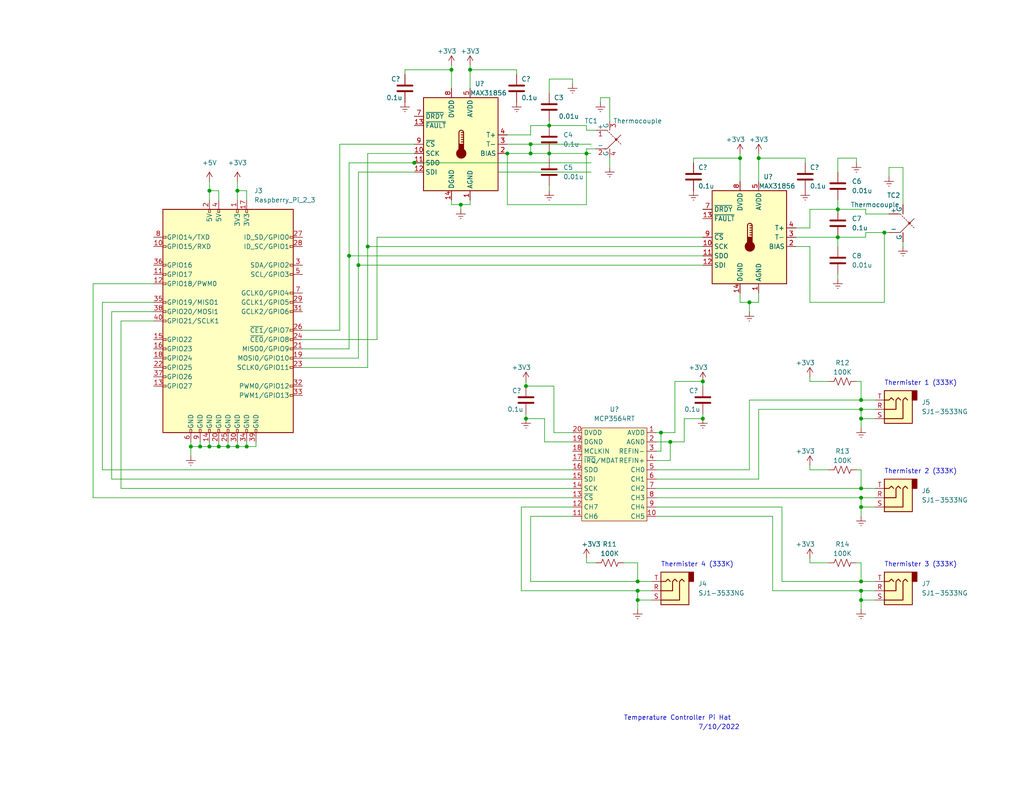
<source format=kicad_sch>
(kicad_sch (version 20211123) (generator eeschema)
  (paper "USLetter")
  (lib_symbols
    (symbol "+3V3_1" (power) (pin_numbers hide) (pin_names (offset 0) hide)
      (property "Value" "+3V3_1" (at 0 3.556 0))
      (symbol "+3V3_1_0_1"
        (polyline (pts (xy -0.762 1.27) (xy 0 2.54)))
        (polyline (pts (xy 0 0) (xy 0 2.54)))
        (polyline (pts (xy 0 2.54) (xy 0.762 1.27)))
      )
      (symbol "+3V3_1_1_1"
        (pin power_in line (at 0 0 90) (length 0) hide (name "+3V3") (number "1"))
      )
    )
    (symbol "+3V3_2" (power) (pin_numbers hide) (pin_names (offset 0) hide)
      (property "Value" "+3V3_2" (at 0 3.556 0))
      (symbol "+3V3_2_0_1"
        (polyline (pts (xy -0.762 1.27) (xy 0 2.54)))
        (polyline (pts (xy 0 0) (xy 0 2.54)))
        (polyline (pts (xy 0 2.54) (xy 0.762 1.27)))
      )
      (symbol "+3V3_2_1_1"
        (pin power_in line (at 0 0 90) (length 0) hide (name "+3V3") (number "1"))
      )
    )
    (symbol "C_1" (pin_numbers hide) (pin_names (offset 0.254) hide)
      (property "Reference" "C" (at 0.635 2.54 0))
      (property "Value" "C_1" (at 0.635 -2.54 0))
      (symbol "C_1_0_1"
        (polyline (pts (xy -2.032 -0.762) (xy 2.032 -0.762)) (stroke (width 0.508)))
        (polyline (pts (xy -2.032 0.762) (xy 2.032 0.762)) (stroke (width 0.508)))
      )
      (symbol "C_1_1_1"
        (pin passive line (at 0 3.81 270) (length 2.794) (name "~") (number "1"))
        (pin passive line (at 0 -3.81 90) (length 2.794) (name "~") (number "2"))
      )
    )
    (symbol "C_2" (pin_numbers hide) (pin_names (offset 0.254) hide)
      (property "Reference" "C" (at 0.635 2.54 0))
      (property "Value" "C_2" (at 0.635 -2.54 0))
      (symbol "C_2_0_1"
        (polyline (pts (xy -2.032 -0.762) (xy 2.032 -0.762)) (stroke (width 0.508)))
        (polyline (pts (xy -2.032 0.762) (xy 2.032 0.762)) (stroke (width 0.508)))
      )
      (symbol "C_2_1_1"
        (pin passive line (at 0 3.81 270) (length 2.794) (name "~") (number "1"))
        (pin passive line (at 0 -3.81 90) (length 2.794) (name "~") (number "2"))
      )
    )
    (symbol "C_3" (pin_numbers hide) (pin_names (offset 0.254) hide)
      (property "Reference" "C" (at 0.635 2.54 0))
      (property "Value" "C_3" (at 0.635 -2.54 0))
      (symbol "C_3_0_1"
        (polyline (pts (xy -2.032 -0.762) (xy 2.032 -0.762)) (stroke (width 0.508)))
        (polyline (pts (xy -2.032 0.762) (xy 2.032 0.762)) (stroke (width 0.508)))
      )
      (symbol "C_3_1_1"
        (pin passive line (at 0 3.81 270) (length 2.794) (name "~") (number "1"))
        (pin passive line (at 0 -3.81 90) (length 2.794) (name "~") (number "2"))
      )
    )
    (symbol "Connector:AudioJack3"
      (property "Reference" "J" (at 0 8.89 0))
      (property "Value" "AudioJack3" (at 0 6.35 0))
      (symbol "AudioJack3_0_1"
        (rectangle (start -5.08 -5.08) (end -6.35 -2.54) (stroke (width 0.254)) (fill (type outline)))
        (polyline (pts (xy 0 -2.54) (xy 0.635 -3.175) (xy 1.27 -2.54) (xy 2.54 -2.54)) (stroke (width 0.254)))
        (polyline (pts (xy -1.905 -2.54) (xy -1.27 -3.175) (xy -0.635 -2.54) (xy -0.635 0) (xy 2.54 0)) (stroke (width 0.254)))
        (polyline (pts (xy 2.54 2.54) (xy -2.54 2.54) (xy -2.54 -2.54) (xy -3.175 -3.175) (xy -3.81 -2.54)) (stroke (width 0.254)))
        (rectangle (start 2.54 3.81) (end -5.08 -5.08) (stroke (width 0.254)) (fill (type background)))
      )
      (symbol "AudioJack3_1_1"
        (pin passive line (at 5.08 0 180) (length 2.54) (name "~") (number "R"))
        (pin passive line (at 5.08 2.54 180) (length 2.54) (name "~") (number "S"))
        (pin passive line (at 5.08 -2.54 180) (length 2.54) (name "~") (number "T"))
      )
    )
    (symbol "Connector:Raspberry_Pi_2_3" (pin_names (offset 1.016))
      (property "Reference" "J" (at -17.78 31.75 0))
      (property "Value" "Raspberry_Pi_2_3" (at 10.16 -31.75 0))
      (symbol "Raspberry_Pi_2_3_0_1"
        (rectangle (start -17.78 30.48) (end 17.78 -30.48) (stroke (width 0.254)) (fill (type background)))
      )
      (symbol "Raspberry_Pi_2_3_1_1"
        (rectangle (start -16.891 -17.526) (end -17.78 -18.034))
        (rectangle (start -16.891 -14.986) (end -17.78 -15.494))
        (rectangle (start -16.891 -12.446) (end -17.78 -12.954))
        (rectangle (start -16.891 -9.906) (end -17.78 -10.414))
        (rectangle (start -16.891 -7.366) (end -17.78 -7.874))
        (rectangle (start -16.891 -4.826) (end -17.78 -5.334))
        (rectangle (start -16.891 0.254) (end -17.78 -0.254))
        (rectangle (start -16.891 2.794) (end -17.78 2.286))
        (rectangle (start -16.891 5.334) (end -17.78 4.826))
        (rectangle (start -16.891 10.414) (end -17.78 9.906))
        (rectangle (start -16.891 12.954) (end -17.78 12.446))
        (rectangle (start -16.891 15.494) (end -17.78 14.986))
        (rectangle (start -16.891 20.574) (end -17.78 20.066))
        (rectangle (start -16.891 23.114) (end -17.78 22.606))
        (rectangle (start -10.414 -29.591) (end -9.906 -30.48))
        (rectangle (start -7.874 -29.591) (end -7.366 -30.48))
        (rectangle (start -5.334 -29.591) (end -4.826 -30.48))
        (rectangle (start -5.334 30.48) (end -4.826 29.591))
        (rectangle (start -2.794 -29.591) (end -2.286 -30.48))
        (rectangle (start -2.794 30.48) (end -2.286 29.591))
        (rectangle (start -0.254 -29.591) (end 0.254 -30.48))
        (rectangle (start 2.286 -29.591) (end 2.794 -30.48))
        (rectangle (start 2.286 30.48) (end 2.794 29.591))
        (rectangle (start 4.826 -29.591) (end 5.334 -30.48))
        (rectangle (start 4.826 30.48) (end 5.334 29.591))
        (rectangle (start 7.366 -29.591) (end 7.874 -30.48))
        (rectangle (start 17.78 -20.066) (end 16.891 -20.574))
        (rectangle (start 17.78 -17.526) (end 16.891 -18.034))
        (rectangle (start 17.78 -12.446) (end 16.891 -12.954))
        (rectangle (start 17.78 -9.906) (end 16.891 -10.414))
        (rectangle (start 17.78 -7.366) (end 16.891 -7.874))
        (rectangle (start 17.78 -4.826) (end 16.891 -5.334))
        (rectangle (start 17.78 -2.286) (end 16.891 -2.794))
        (rectangle (start 17.78 2.794) (end 16.891 2.286))
        (rectangle (start 17.78 5.334) (end 16.891 4.826))
        (rectangle (start 17.78 7.874) (end 16.891 7.366))
        (rectangle (start 17.78 12.954) (end 16.891 12.446))
        (rectangle (start 17.78 15.494) (end 16.891 14.986))
        (rectangle (start 17.78 20.574) (end 16.891 20.066))
        (rectangle (start 17.78 23.114) (end 16.891 22.606))
        (pin power_in line (at 2.54 33.02 270) (length 2.54) (name "3V3") (number "1"))
        (pin bidirectional line (at -20.32 20.32 0) (length 2.54) (name "GPIO15/RXD") (number "10"))
        (pin bidirectional line (at -20.32 12.7 0) (length 2.54) (name "GPIO17") (number "11"))
        (pin bidirectional line (at -20.32 10.16 0) (length 2.54) (name "GPIO18/PWM0") (number "12"))
        (pin bidirectional line (at -20.32 -17.78 0) (length 2.54) (name "GPIO27") (number "13"))
        (pin power_in line (at -5.08 -33.02 90) (length 2.54) (name "GND") (number "14"))
        (pin bidirectional line (at -20.32 -5.08 0) (length 2.54) (name "GPIO22") (number "15"))
        (pin bidirectional line (at -20.32 -7.62 0) (length 2.54) (name "GPIO23") (number "16"))
        (pin power_in line (at 5.08 33.02 270) (length 2.54) (name "3V3") (number "17"))
        (pin bidirectional line (at -20.32 -10.16 0) (length 2.54) (name "GPIO24") (number "18"))
        (pin bidirectional line (at 20.32 -10.16 180) (length 2.54) (name "MOSI0/GPIO10") (number "19"))
        (pin power_in line (at -5.08 33.02 270) (length 2.54) (name "5V") (number "2"))
        (pin power_in line (at -2.54 -33.02 90) (length 2.54) (name "GND") (number "20"))
        (pin bidirectional line (at 20.32 -7.62 180) (length 2.54) (name "MISO0/GPIO9") (number "21"))
        (pin bidirectional line (at -20.32 -12.7 0) (length 2.54) (name "GPIO25") (number "22"))
        (pin bidirectional line (at 20.32 -12.7 180) (length 2.54) (name "SCLK0/GPIO11") (number "23"))
        (pin bidirectional line (at 20.32 -5.08 180) (length 2.54) (name "~{CE0}/GPIO8") (number "24"))
        (pin power_in line (at 0 -33.02 90) (length 2.54) (name "GND") (number "25"))
        (pin bidirectional line (at 20.32 -2.54 180) (length 2.54) (name "~{CE1}/GPIO7") (number "26"))
        (pin bidirectional line (at 20.32 22.86 180) (length 2.54) (name "ID_SD/GPIO0") (number "27"))
        (pin bidirectional line (at 20.32 20.32 180) (length 2.54) (name "ID_SC/GPIO1") (number "28"))
        (pin bidirectional line (at 20.32 5.08 180) (length 2.54) (name "GCLK1/GPIO5") (number "29"))
        (pin bidirectional line (at 20.32 15.24 180) (length 2.54) (name "SDA/GPIO2") (number "3"))
        (pin power_in line (at 2.54 -33.02 90) (length 2.54) (name "GND") (number "30"))
        (pin bidirectional line (at 20.32 2.54 180) (length 2.54) (name "GCLK2/GPIO6") (number "31"))
        (pin bidirectional line (at 20.32 -17.78 180) (length 2.54) (name "PWM0/GPIO12") (number "32"))
        (pin bidirectional line (at 20.32 -20.32 180) (length 2.54) (name "PWM1/GPIO13") (number "33"))
        (pin power_in line (at 5.08 -33.02 90) (length 2.54) (name "GND") (number "34"))
        (pin bidirectional line (at -20.32 5.08 0) (length 2.54) (name "GPIO19/MISO1") (number "35"))
        (pin bidirectional line (at -20.32 15.24 0) (length 2.54) (name "GPIO16") (number "36"))
        (pin bidirectional line (at -20.32 -15.24 0) (length 2.54) (name "GPIO26") (number "37"))
        (pin bidirectional line (at -20.32 2.54 0) (length 2.54) (name "GPIO20/MOSI1") (number "38"))
        (pin power_in line (at 7.62 -33.02 90) (length 2.54) (name "GND") (number "39"))
        (pin power_in line (at -2.54 33.02 270) (length 2.54) (name "5V") (number "4"))
        (pin bidirectional line (at -20.32 0 0) (length 2.54) (name "GPIO21/SCLK1") (number "40"))
        (pin bidirectional line (at 20.32 12.7 180) (length 2.54) (name "SCL/GPIO3") (number "5"))
        (pin power_in line (at -10.16 -33.02 90) (length 2.54) (name "GND") (number "6"))
        (pin bidirectional line (at 20.32 7.62 180) (length 2.54) (name "GCLK0/GPIO4") (number "7"))
        (pin bidirectional line (at -20.32 22.86 0) (length 2.54) (name "GPIO14/TXD") (number "8"))
        (pin power_in line (at -7.62 -33.02 90) (length 2.54) (name "GND") (number "9"))
      )
    )
    (symbol "Device:C" (pin_numbers hide) (pin_names (offset 0.254))
      (property "Reference" "C" (at 0.635 2.54 0))
      (property "Value" "C" (at 0.635 -2.54 0))
      (symbol "C_0_1"
        (polyline (pts (xy -2.032 -0.762) (xy 2.032 -0.762)) (stroke (width 0.508)))
        (polyline (pts (xy -2.032 0.762) (xy 2.032 0.762)) (stroke (width 0.508)))
      )
      (symbol "C_1_1"
        (pin passive line (at 0 3.81 270) (length 2.794) (name "~") (number "1"))
        (pin passive line (at 0 -3.81 90) (length 2.794) (name "~") (number "2"))
      )
    )
    (symbol "Device:R_US" (pin_numbers hide) (pin_names (offset 0))
      (property "Reference" "R" (at 2.54 0 90))
      (property "Value" "R_US" (at -2.54 0 90))
      (symbol "R_US_0_1"
        (polyline (pts (xy 0 -2.286) (xy 0 -2.54)))
        (polyline (pts (xy 0 2.286) (xy 0 2.54)))
        (polyline (pts (xy 0 -0.762) (xy 1.016 -1.143) (xy 0 -1.524) (xy -1.016 -1.905) (xy 0 -2.286)))
        (polyline (pts (xy 0 0.762) (xy 1.016 0.381) (xy 0 0) (xy -1.016 -0.381) (xy 0 -0.762)))
        (polyline (pts (xy 0 2.286) (xy 1.016 1.905) (xy 0 1.524) (xy -1.016 1.143) (xy 0 0.762)))
      )
      (symbol "R_US_1_1"
        (pin passive line (at 0 3.81 270) (length 1.27) (name "~") (number "1"))
        (pin passive line (at 0 -3.81 90) (length 1.27) (name "~") (number "2"))
      )
    )
    (symbol "Device:Thermocouple" (pin_names (offset 0))
      (property "Reference" "TC?" (at 1.27 7.62 0))
      (property "Value" "Thermocouple" (at 6.35 5.08 0))
      (symbol "Thermocouple_0_1"
        (circle (center -3.048 0) (radius 0.254) (fill (type outline)))
        (polyline (pts (xy -4.064 -1.016) (xy -4.318 -1.27)))
        (polyline (pts (xy -3.556 -0.508) (xy -3.81 -0.762)))
        (polyline (pts (xy -3.048 0) (xy -3.302 -0.254)))
        (polyline (pts (xy -2.54 0.508) (xy -2.794 0.254)))
        (polyline (pts (xy -2.032 1.016) (xy -2.286 0.762)))
        (polyline (pts (xy -1.524 1.524) (xy -1.778 1.27)))
        (polyline (pts (xy -1.016 2.032) (xy -1.27 1.778)))
        (polyline (pts (xy -0.508 2.54) (xy -0.762 2.286)))
        (polyline (pts (xy 0 -2.54) (xy -0.254 -2.54)))
        (polyline (pts (xy 0 2.54) (xy -0.508 2.54)))
        (polyline (pts (xy 0.254 -2.54) (xy -0.508 -2.54) (xy -4.318 1.27)))
      )
      (symbol "Thermocouple_1_1"
        (pin passive line (at 2.54 2.54 180) (length 2.54) (name "+") (number "1"))
        (pin passive line (at 2.54 -2.54 180) (length 2.54) (name "-") (number "2"))
        (pin passive line (at -1.27 5.08 270) (length 2.54) (name "G") (number "3"))
        (pin passive line (at -1.27 -5.08 90) (length 2.54) (name "G") (number "4"))
      )
    )
    (symbol "GNDREF_1" (power) (pin_numbers hide) (pin_names (offset 0) hide)
      (property "Value" "GNDREF_1" (at 0 -3.81 0))
      (symbol "GNDREF_1_0_1"
        (polyline (pts (xy -0.635 -1.905) (xy 0.635 -1.905)))
        (polyline (pts (xy -0.127 -2.54) (xy 0.127 -2.54)))
        (polyline (pts (xy 0 -1.27) (xy 0 0)))
        (polyline (pts (xy 1.27 -1.27) (xy -1.27 -1.27)))
      )
      (symbol "GNDREF_1_1_1"
        (pin power_in line (at 0 0 270) (length 0) hide (name "GNDREF") (number "1"))
      )
    )
    (symbol "GNDREF_10" (power) (pin_numbers hide) (pin_names (offset 0) hide)
      (property "Value" "GNDREF_10" (at 0 -3.81 0))
      (symbol "GNDREF_10_0_1"
        (polyline (pts (xy -0.635 -1.905) (xy 0.635 -1.905)))
        (polyline (pts (xy -0.127 -2.54) (xy 0.127 -2.54)))
        (polyline (pts (xy 0 -1.27) (xy 0 0)))
        (polyline (pts (xy 1.27 -1.27) (xy -1.27 -1.27)))
      )
      (symbol "GNDREF_10_1_1"
        (pin power_in line (at 0 0 270) (length 0) hide (name "GNDREF") (number "1"))
      )
    )
    (symbol "GNDREF_11" (power) (pin_numbers hide) (pin_names (offset 0) hide)
      (property "Value" "GNDREF_11" (at 0 -3.81 0))
      (symbol "GNDREF_11_0_1"
        (polyline (pts (xy -0.635 -1.905) (xy 0.635 -1.905)))
        (polyline (pts (xy -0.127 -2.54) (xy 0.127 -2.54)))
        (polyline (pts (xy 0 -1.27) (xy 0 0)))
        (polyline (pts (xy 1.27 -1.27) (xy -1.27 -1.27)))
      )
      (symbol "GNDREF_11_1_1"
        (pin power_in line (at 0 0 270) (length 0) hide (name "GNDREF") (number "1"))
      )
    )
    (symbol "GNDREF_12" (power) (pin_numbers hide) (pin_names (offset 0) hide)
      (property "Value" "GNDREF_12" (at 0 -3.81 0))
      (symbol "GNDREF_12_0_1"
        (polyline (pts (xy -0.635 -1.905) (xy 0.635 -1.905)))
        (polyline (pts (xy -0.127 -2.54) (xy 0.127 -2.54)))
        (polyline (pts (xy 0 -1.27) (xy 0 0)))
        (polyline (pts (xy 1.27 -1.27) (xy -1.27 -1.27)))
      )
      (symbol "GNDREF_12_1_1"
        (pin power_in line (at 0 0 270) (length 0) hide (name "GNDREF") (number "1"))
      )
    )
    (symbol "GNDREF_2" (power) (pin_numbers hide) (pin_names (offset 0) hide)
      (property "Value" "GNDREF_2" (at 0 -3.81 0))
      (symbol "GNDREF_2_0_1"
        (polyline (pts (xy -0.635 -1.905) (xy 0.635 -1.905)))
        (polyline (pts (xy -0.127 -2.54) (xy 0.127 -2.54)))
        (polyline (pts (xy 0 -1.27) (xy 0 0)))
        (polyline (pts (xy 1.27 -1.27) (xy -1.27 -1.27)))
      )
      (symbol "GNDREF_2_1_1"
        (pin power_in line (at 0 0 270) (length 0) hide (name "GNDREF") (number "1"))
      )
    )
    (symbol "GNDREF_3" (power) (pin_numbers hide) (pin_names (offset 0) hide)
      (property "Value" "GNDREF_3" (at 0 -3.81 0))
      (symbol "GNDREF_3_0_1"
        (polyline (pts (xy -0.635 -1.905) (xy 0.635 -1.905)))
        (polyline (pts (xy -0.127 -2.54) (xy 0.127 -2.54)))
        (polyline (pts (xy 0 -1.27) (xy 0 0)))
        (polyline (pts (xy 1.27 -1.27) (xy -1.27 -1.27)))
      )
      (symbol "GNDREF_3_1_1"
        (pin power_in line (at 0 0 270) (length 0) hide (name "GNDREF") (number "1"))
      )
    )
    (symbol "GNDREF_4" (power) (pin_numbers hide) (pin_names (offset 0) hide)
      (property "Value" "GNDREF_4" (at 0 -3.81 0))
      (symbol "GNDREF_4_0_1"
        (polyline (pts (xy -0.635 -1.905) (xy 0.635 -1.905)))
        (polyline (pts (xy -0.127 -2.54) (xy 0.127 -2.54)))
        (polyline (pts (xy 0 -1.27) (xy 0 0)))
        (polyline (pts (xy 1.27 -1.27) (xy -1.27 -1.27)))
      )
      (symbol "GNDREF_4_1_1"
        (pin power_in line (at 0 0 270) (length 0) hide (name "GNDREF") (number "1"))
      )
    )
    (symbol "GNDREF_5" (power) (pin_numbers hide) (pin_names (offset 0) hide)
      (property "Value" "GNDREF_5" (at 0 -3.81 0))
      (symbol "GNDREF_5_0_1"
        (polyline (pts (xy -0.635 -1.905) (xy 0.635 -1.905)))
        (polyline (pts (xy -0.127 -2.54) (xy 0.127 -2.54)))
        (polyline (pts (xy 0 -1.27) (xy 0 0)))
        (polyline (pts (xy 1.27 -1.27) (xy -1.27 -1.27)))
      )
      (symbol "GNDREF_5_1_1"
        (pin power_in line (at 0 0 270) (length 0) hide (name "GNDREF") (number "1"))
      )
    )
    (symbol "GNDREF_6" (power) (pin_numbers hide) (pin_names (offset 0) hide)
      (property "Value" "GNDREF_6" (at 0 -3.81 0))
      (symbol "GNDREF_6_0_1"
        (polyline (pts (xy -0.635 -1.905) (xy 0.635 -1.905)))
        (polyline (pts (xy -0.127 -2.54) (xy 0.127 -2.54)))
        (polyline (pts (xy 0 -1.27) (xy 0 0)))
        (polyline (pts (xy 1.27 -1.27) (xy -1.27 -1.27)))
      )
      (symbol "GNDREF_6_1_1"
        (pin power_in line (at 0 0 270) (length 0) hide (name "GNDREF") (number "1"))
      )
    )
    (symbol "GNDREF_7" (power) (pin_numbers hide) (pin_names (offset 0) hide)
      (property "Value" "GNDREF_7" (at 0 -3.81 0))
      (symbol "GNDREF_7_0_1"
        (polyline (pts (xy -0.635 -1.905) (xy 0.635 -1.905)))
        (polyline (pts (xy -0.127 -2.54) (xy 0.127 -2.54)))
        (polyline (pts (xy 0 -1.27) (xy 0 0)))
        (polyline (pts (xy 1.27 -1.27) (xy -1.27 -1.27)))
      )
      (symbol "GNDREF_7_1_1"
        (pin power_in line (at 0 0 270) (length 0) hide (name "GNDREF") (number "1"))
      )
    )
    (symbol "GNDREF_8" (power) (pin_numbers hide) (pin_names (offset 0) hide)
      (property "Value" "GNDREF_8" (at 0 -3.81 0))
      (symbol "GNDREF_8_0_1"
        (polyline (pts (xy -0.635 -1.905) (xy 0.635 -1.905)))
        (polyline (pts (xy -0.127 -2.54) (xy 0.127 -2.54)))
        (polyline (pts (xy 0 -1.27) (xy 0 0)))
        (polyline (pts (xy 1.27 -1.27) (xy -1.27 -1.27)))
      )
      (symbol "GNDREF_8_1_1"
        (pin power_in line (at 0 0 270) (length 0) hide (name "GNDREF") (number "1"))
      )
    )
    (symbol "GNDREF_9" (power) (pin_numbers hide) (pin_names (offset 0) hide)
      (property "Value" "GNDREF_9" (at 0 -3.81 0))
      (symbol "GNDREF_9_0_1"
        (polyline (pts (xy -0.635 -1.905) (xy 0.635 -1.905)))
        (polyline (pts (xy -0.127 -2.54) (xy 0.127 -2.54)))
        (polyline (pts (xy 0 -1.27) (xy 0 0)))
        (polyline (pts (xy 1.27 -1.27) (xy -1.27 -1.27)))
      )
      (symbol "GNDREF_9_1_1"
        (pin power_in line (at 0 0 270) (length 0) hide (name "GNDREF") (number "1"))
      )
    )
    (symbol "New_Library:MCP3564RT"
      (property "Reference" "U" (at 0 0 0))
      (property "Value" "MCP3564RT" (at 0 0 0))
      (symbol "MCP3564RT_0_1"
        (rectangle (start -8.89 -2.54) (end 8.89 -27.94) (fill (type background)))
      )
      (symbol "MCP3564RT_1_1"
        (pin input line (at -11.43 -3.81 0) (length 2.54) (name "AVDD") (number "1"))
        (pin input line (at -11.43 -26.67 0) (length 2.54) (name "CH5") (number "10"))
        (pin input line (at 11.43 -26.67 180) (length 2.54) (name "CH6") (number "11"))
        (pin input line (at 11.43 -24.13 180) (length 2.54) (name "CH7") (number "12"))
        (pin input line (at 11.43 -21.59 180) (length 2.54) (name "~{CS}") (number "13"))
        (pin input line (at 11.43 -19.05 180) (length 2.54) (name "SCK") (number "14"))
        (pin input line (at 11.43 -16.51 180) (length 2.54) (name "SDI") (number "15"))
        (pin input line (at 11.43 -13.97 180) (length 2.54) (name "SDO") (number "16"))
        (pin input line (at 11.43 -11.43 180) (length 2.54) (name "~{IRQ}/MDAT") (number "17"))
        (pin input line (at 11.43 -8.89 180) (length 2.54) (name "MCLKIN") (number "18"))
        (pin input line (at 11.43 -6.35 180) (length 2.54) (name "DGND") (number "19"))
        (pin input line (at -11.43 -6.35 0) (length 2.54) (name "AGND") (number "2"))
        (pin input line (at 11.43 -3.81 180) (length 2.54) (name "DVDD") (number "20"))
        (pin input line (at -11.43 -8.89 0) (length 2.54) (name "REFIN-") (number "3"))
        (pin input line (at -11.43 -11.43 0) (length 2.54) (name "REFIN+") (number "4"))
        (pin input line (at -11.43 -13.97 0) (length 2.54) (name "CH0") (number "5"))
        (pin input line (at -11.43 -16.51 0) (length 2.54) (name "CH1") (number "6"))
        (pin input line (at -11.43 -19.05 0) (length 2.54) (name "CH2") (number "7"))
        (pin input line (at -11.43 -21.59 0) (length 2.54) (name "CH3") (number "8"))
        (pin input line (at -11.43 -24.13 0) (length 2.54) (name "CH4") (number "9"))
      )
    )
    (symbol "Sensor_Temperature:MAX31856"
      (property "Reference" "U" (at -7.62 13.97 0))
      (property "Value" "MAX31856" (at 13.97 13.97 0))
      (symbol "MAX31856_0_1"
        (rectangle (start -10.16 12.7) (end 10.16 -12.7) (stroke (width 0.254)) (fill (type background)))
        (circle (center -0.127 -2.54) (radius 1.27) (stroke (width 0.254)) (fill (type outline)))
        (polyline (pts (xy -0.762 0.635) (xy -0.127 0.635)) (stroke (width 0.254)))
        (polyline (pts (xy -0.762 1.27) (xy -0.127 1.27)) (stroke (width 0.254)))
        (polyline (pts (xy -0.762 1.905) (xy -0.127 1.905)) (stroke (width 0.254)))
        (polyline (pts (xy -0.762 2.54) (xy -0.127 2.54)) (stroke (width 0.254)))
        (polyline (pts (xy -0.762 3.175) (xy -0.762 0)) (stroke (width 0.254)))
        (polyline (pts (xy -0.762 3.175) (xy -0.127 3.175)) (stroke (width 0.254)))
        (polyline (pts (xy 0.508 3.175) (xy 0.508 0)) (stroke (width 0.254)))
        (rectangle (start 0.508 -1.905) (end -0.762 0) (stroke (width 0.254)) (fill (type outline)))
        (arc (start 0.508 3.175) (mid -0.127 3.81) (end -0.762 3.175) (stroke (width 0.254)))
      )
      (symbol "MAX31856_1_1"
        (pin power_in line (at -2.54 -15.24 90) (length 2.54) (name "AGND") (number "1"))
        (pin input line (at 12.7 -2.54 180) (length 2.54) (name "SCK") (number "10"))
        (pin output line (at 12.7 -5.08 180) (length 2.54) (name "SDO") (number "11"))
        (pin input line (at 12.7 -7.62 180) (length 2.54) (name "SDI") (number "12"))
        (pin output line (at 12.7 5.08 180) (length 2.54) (name "~{FAULT}") (number "13"))
        (pin power_in line (at 2.54 -15.24 90) (length 2.54) (name "DGND") (number "14"))
        (pin input line (at -12.7 -2.54 0) (length 2.54) (name "BIAS") (number "2"))
        (pin input line (at -12.7 0 0) (length 2.54) (name "T-") (number "3"))
        (pin input line (at -12.7 2.54 0) (length 2.54) (name "T+") (number "4"))
        (pin power_in line (at -2.54 15.24 270) (length 2.54) (name "AVDD") (number "5"))
        (pin no_connect line (at -10.16 -7.62 0) (length 2.54) hide (name "DNC") (number "6"))
        (pin output line (at 12.7 7.62 180) (length 2.54) (name "~{DRDY}") (number "7"))
        (pin power_in line (at 2.54 15.24 270) (length 2.54) (name "DVDD") (number "8"))
        (pin input line (at 12.7 0 180) (length 2.54) (name "~{CS}") (number "9"))
      )
    )
    (symbol "Thermocouple_1" (pin_numbers hide) (pin_names (offset 0))
      (property "Reference" "TC?" (at 1.27 7.62 0))
      (property "Value" "Thermocouple_1" (at 6.35 5.08 0))
      (symbol "Thermocouple_1_0_1"
        (circle (center -3.048 0) (radius 0.254) (fill (type outline)))
        (polyline (pts (xy -4.064 -1.016) (xy -4.318 -1.27)))
        (polyline (pts (xy -3.556 -0.508) (xy -3.81 -0.762)))
        (polyline (pts (xy -3.048 0) (xy -3.302 -0.254)))
        (polyline (pts (xy -2.54 0.508) (xy -2.794 0.254)))
        (polyline (pts (xy -2.032 1.016) (xy -2.286 0.762)))
        (polyline (pts (xy -1.524 1.524) (xy -1.778 1.27)))
        (polyline (pts (xy -1.016 2.032) (xy -1.27 1.778)))
        (polyline (pts (xy -0.508 2.54) (xy -0.762 2.286)))
        (polyline (pts (xy 0 -2.54) (xy -0.254 -2.54)))
        (polyline (pts (xy 0 2.54) (xy -0.508 2.54)))
        (polyline (pts (xy 0.254 -2.54) (xy -0.508 -2.54) (xy -4.318 1.27)))
      )
      (symbol "Thermocouple_1_1_1"
        (pin passive line (at 2.54 2.54 180) (length 2.54) (name "+") (number "1"))
        (pin passive line (at 2.54 -2.54 180) (length 2.54) (name "-") (number "2"))
        (pin passive line (at -1.27 5.08 270) (length 2.54) (name "G") (number "3"))
        (pin passive line (at -1.27 -5.08 90) (length 2.54) (name "G") (number "4"))
      )
    )
    (symbol "power:+3V3" (power) (pin_names (offset 0))
      (property "Value" "+3V3" (at 0 3.556 0))
      (symbol "+3V3_0_1"
        (polyline (pts (xy -0.762 1.27) (xy 0 2.54)))
        (polyline (pts (xy 0 0) (xy 0 2.54)))
        (polyline (pts (xy 0 2.54) (xy 0.762 1.27)))
      )
      (symbol "+3V3_1_1"
        (pin power_in line (at 0 0 90) (length 0) hide (name "+3V3") (number "1"))
      )
    )
    (symbol "power:+5V" (power) (pin_names (offset 0))
      (property "Value" "+5V" (at 0 3.556 0))
      (symbol "+5V_0_1"
        (polyline (pts (xy -0.762 1.27) (xy 0 2.54)))
        (polyline (pts (xy 0 0) (xy 0 2.54)))
        (polyline (pts (xy 0 2.54) (xy 0.762 1.27)))
      )
      (symbol "+5V_1_1"
        (pin power_in line (at 0 0 90) (length 0) hide (name "+5V") (number "1"))
      )
    )
    (symbol "power:GNDREF" (power) (pin_names (offset 0))
      (property "Value" "GNDREF" (at 0 -3.81 0))
      (symbol "GNDREF_0_1"
        (polyline (pts (xy -0.635 -1.905) (xy 0.635 -1.905)))
        (polyline (pts (xy -0.127 -2.54) (xy 0.127 -2.54)))
        (polyline (pts (xy 0 -1.27) (xy 0 0)))
        (polyline (pts (xy 1.27 -1.27) (xy -1.27 -1.27)))
      )
      (symbol "GNDREF_1_1"
        (pin power_in line (at 0 0 270) (length 0) hide (name "GNDREF") (number "1"))
      )
    )
  )
  (junction (at 234.95 114.3))
  (junction (at 182.88 120.65))
  (junction (at 123.19 19.05))
  (junction (at 201.93 43.18))
  (junction (at 144.78 39.37))
  (junction (at 207.01 43.18))
  (junction (at 234.95 133.35))
  (junction (at 59.69 121.92))
  (junction (at 234.95 135.89))
  (junction (at 54.61 121.92))
  (junction (at 191.77 104.14))
  (junction (at 234.95 138.43))
  (junction (at 173.99 161.29))
  (junction (at 100.33 67.31))
  (junction (at 234.95 161.29))
  (junction (at 95.25 69.85))
  (junction (at 52.07 121.92))
  (junction (at 57.15 121.92))
  (junction (at 62.23 121.92))
  (junction (at 234.95 163.83))
  (junction (at 160.02 41.91))
  (junction (at 234.95 158.75))
  (junction (at 125.73 55.88))
  (junction (at 191.77 114.3))
  (junction (at 228.6 64.77))
  (junction (at 97.79 72.39))
  (junction (at 173.99 163.83))
  (junction (at 113.03 44.45))
  (junction (at 173.99 158.75))
  (junction (at 57.15 52.07))
  (junction (at 149.86 41.91))
  (junction (at 234.95 109.22))
  (junction (at 143.51 105.41))
  (junction (at 143.51 114.3))
  (junction (at 67.31 121.92))
  (junction (at 228.6 57.15))
  (junction (at 138.43 41.91))
  (junction (at 149.86 34.29))
  (junction (at 204.47 82.55))
  (junction (at 180.34 118.11))
  (junction (at 64.77 52.07))
  (junction (at 64.77 121.92))
  (junction (at 144.78 41.91))
  (junction (at 241.3 63.5))
  (junction (at 234.95 111.76))
  (junction (at 128.27 19.05))
  (wire (pts (xy 234.95 128.27) (xy 234.95 133.35)))
  (wire (pts (xy 27.94 128.27) (xy 27.94 82.55)))
  (wire (pts (xy 128.27 19.05) (xy 128.27 17.78)))
  (wire (pts (xy 207.01 43.18) (xy 219.71 43.18)))
  (wire (pts (xy 166.37 33.02) (xy 166.37 26.67)))
  (wire (pts (xy 57.15 120.65) (xy 57.15 121.92)))
  (wire (pts (xy 228.6 74.93) (xy 228.6 76.2)))
  (wire (pts (xy 241.3 82.55) (xy 241.3 63.5)))
  (wire (pts (xy 234.95 133.35) (xy 238.76 133.35)))
  (wire (pts (xy 246.38 66.04) (xy 246.38 67.31)))
  (wire (pts (xy 156.21 21.59) (xy 156.21 22.86)))
  (wire (pts (xy 234.95 153.67) (xy 234.95 158.75)))
  (wire (pts (xy 143.51 114.3) (xy 143.51 113.03)))
  (wire (pts (xy 234.95 138.43) (xy 234.95 140.97)))
  (wire (pts (xy 241.3 63.5) (xy 242.57 63.5)))
  (wire (pts (xy 52.07 120.65) (xy 52.07 121.92)))
  (wire (pts (xy 173.99 158.75) (xy 144.78 158.75)))
  (wire (pts (xy 204.47 109.22) (xy 234.95 109.22)))
  (wire (pts (xy 238.76 114.3) (xy 234.95 114.3)))
  (wire (pts (xy 186.69 120.65) (xy 182.88 120.65)))
  (wire (pts (xy 62.23 120.65) (xy 62.23 121.92)))
  (wire (pts (xy 143.51 104.14) (xy 143.51 105.41)))
  (wire (pts (xy 236.22 58.42) (xy 236.22 57.15)))
  (wire (pts (xy 191.77 104.14) (xy 191.77 105.41)))
  (wire (pts (xy 220.98 82.55) (xy 241.3 82.55)))
  (wire (pts (xy 179.07 130.81) (xy 207.01 130.81)))
  (wire (pts (xy 161.29 39.37) (xy 144.78 39.37)))
  (wire (pts (xy 184.15 104.14) (xy 184.15 118.11)))
  (wire (pts (xy 234.95 161.29) (xy 234.95 163.83)))
  (wire (pts (xy 92.71 39.37) (xy 92.71 90.17)))
  (wire (pts (xy 140.97 19.05) (xy 140.97 20.32)))
  (wire (pts (xy 236.22 58.42) (xy 242.57 58.42)))
  (wire (pts (xy 135.89 46.99) (xy 161.29 46.99)))
  (wire (pts (xy 123.19 19.05) (xy 110.49 19.05)))
  (wire (pts (xy 234.95 104.14) (xy 233.68 104.14)))
  (wire (pts (xy 207.01 80.01) (xy 207.01 82.55)))
  (wire (pts (xy 97.79 72.39) (xy 191.77 72.39)))
  (wire (pts (xy 228.6 64.77) (xy 236.22 64.77)))
  (wire (pts (xy 204.47 82.55) (xy 204.47 85.09)))
  (wire (pts (xy 238.76 138.43) (xy 234.95 138.43)))
  (wire (pts (xy 213.36 158.75) (xy 234.95 158.75)))
  (wire (pts (xy 156.21 128.27) (xy 27.94 128.27)))
  (wire (pts (xy 52.07 121.92) (xy 52.07 124.46)))
  (wire (pts (xy 234.95 114.3) (xy 234.95 116.84)))
  (wire (pts (xy 27.94 82.55) (xy 41.91 82.55)))
  (wire (pts (xy 228.6 64.77) (xy 228.6 67.31)))
  (wire (pts (xy 210.82 161.29) (xy 210.82 140.97)))
  (wire (pts (xy 82.55 95.25) (xy 95.25 95.25)))
  (wire (pts (xy 82.55 90.17) (xy 92.71 90.17)))
  (wire (pts (xy 220.98 104.14) (xy 226.06 104.14)))
  (wire (pts (xy 180.34 118.11) (xy 179.07 118.11)))
  (wire (pts (xy 173.99 153.67) (xy 170.18 153.67)))
  (wire (pts (xy 95.25 69.85) (xy 191.77 69.85)))
  (wire (pts (xy 162.56 153.67) (xy 160.02 153.67)))
  (wire (pts (xy 217.17 67.31) (xy 220.98 67.31)))
  (wire (pts (xy 57.15 52.07) (xy 57.15 54.61)))
  (wire (pts (xy 220.98 152.4) (xy 220.98 153.67)))
  (wire (pts (xy 210.82 140.97) (xy 179.07 140.97)))
  (wire (pts (xy 62.23 121.92) (xy 64.77 121.92)))
  (wire (pts (xy 59.69 121.92) (xy 62.23 121.92)))
  (wire (pts (xy 82.55 100.33) (xy 100.33 100.33)))
  (wire (pts (xy 25.4 135.89) (xy 156.21 135.89)))
  (wire (pts (xy 179.07 135.89) (xy 234.95 135.89)))
  (wire (pts (xy 246.38 45.72) (xy 246.38 55.88)))
  (wire (pts (xy 149.86 41.91) (xy 149.86 43.18)))
  (wire (pts (xy 148.59 120.65) (xy 156.21 120.65)))
  (wire (pts (xy 138.43 36.83) (xy 144.78 36.83)))
  (wire (pts (xy 102.87 64.77) (xy 191.77 64.77)))
  (wire (pts (xy 41.91 77.47) (xy 25.4 77.47)))
  (wire (pts (xy 151.13 118.11) (xy 156.21 118.11)))
  (wire (pts (xy 128.27 19.05) (xy 140.97 19.05)))
  (wire (pts (xy 30.48 85.09) (xy 30.48 130.81)))
  (wire (pts (xy 233.68 43.18) (xy 233.68 44.45)))
  (wire (pts (xy 97.79 46.99) (xy 97.79 72.39)))
  (wire (pts (xy 234.95 128.27) (xy 233.68 128.27)))
  (wire (pts (xy 173.99 163.83) (xy 173.99 166.37)))
  (wire (pts (xy 69.85 121.92) (xy 69.85 120.65)))
  (wire (pts (xy 238.76 111.76) (xy 234.95 111.76)))
  (wire (pts (xy 97.79 46.99) (xy 113.03 46.99)))
  (wire (pts (xy 57.15 121.92) (xy 59.69 121.92)))
  (wire (pts (xy 149.86 50.8) (xy 149.86 52.07)))
  (wire (pts (xy 234.95 161.29) (xy 210.82 161.29)))
  (wire (pts (xy 30.48 130.81) (xy 156.21 130.81)))
  (wire (pts (xy 220.98 57.15) (xy 220.98 62.23)))
  (wire (pts (xy 82.55 97.79) (xy 97.79 97.79)))
  (wire (pts (xy 166.37 43.18) (xy 166.37 45.72)))
  (wire (pts (xy 100.33 67.31) (xy 100.33 41.91)))
  (wire (pts (xy 220.98 62.23) (xy 217.17 62.23)))
  (wire (pts (xy 82.55 92.71) (xy 102.87 92.71)))
  (wire (pts (xy 149.86 21.59) (xy 149.86 25.4)))
  (wire (pts (xy 160.02 152.4) (xy 160.02 153.67)))
  (wire (pts (xy 207.01 82.55) (xy 204.47 82.55)))
  (wire (pts (xy 220.98 128.27) (xy 226.06 128.27)))
  (wire (pts (xy 144.78 34.29) (xy 149.86 34.29)))
  (wire (pts (xy 64.77 120.65) (xy 64.77 121.92)))
  (wire (pts (xy 220.98 67.31) (xy 220.98 82.55)))
  (wire (pts (xy 201.93 82.55) (xy 204.47 82.55)))
  (wire (pts (xy 238.76 135.89) (xy 234.95 135.89)))
  (wire (pts (xy 100.33 67.31) (xy 191.77 67.31)))
  (wire (pts (xy 163.83 26.67) (xy 163.83 27.94)))
  (wire (pts (xy 67.31 52.07) (xy 64.77 52.07)))
  (wire (pts (xy 144.78 140.97) (xy 156.21 140.97)))
  (wire (pts (xy 182.88 120.65) (xy 179.07 120.65)))
  (wire (pts (xy 142.24 138.43) (xy 142.24 161.29)))
  (wire (pts (xy 228.6 43.18) (xy 233.68 43.18)))
  (wire (pts (xy 67.31 120.65) (xy 67.31 121.92)))
  (wire (pts (xy 189.23 43.18) (xy 189.23 44.45)))
  (wire (pts (xy 207.01 111.76) (xy 234.95 111.76)))
  (wire (pts (xy 95.25 44.45) (xy 95.25 69.85)))
  (wire (pts (xy 173.99 158.75) (xy 177.8 158.75)))
  (wire (pts (xy 59.69 52.07) (xy 59.69 54.61)))
  (wire (pts (xy 100.33 41.91) (xy 113.03 41.91)))
  (wire (pts (xy 144.78 39.37) (xy 144.78 41.91)))
  (wire (pts (xy 184.15 118.11) (xy 180.34 118.11)))
  (wire (pts (xy 113.03 39.37) (xy 92.71 39.37)))
  (wire (pts (xy 220.98 57.15) (xy 228.6 57.15)))
  (wire (pts (xy 201.93 41.91) (xy 201.93 43.18)))
  (wire (pts (xy 142.24 138.43) (xy 156.21 138.43)))
  (wire (pts (xy 201.93 43.18) (xy 201.93 49.53)))
  (wire (pts (xy 149.86 34.29) (xy 160.02 34.29)))
  (wire (pts (xy 179.07 128.27) (xy 204.47 128.27)))
  (wire (pts (xy 207.01 130.81) (xy 207.01 111.76)))
  (wire (pts (xy 182.88 120.65) (xy 182.88 125.73)))
  (wire (pts (xy 64.77 52.07) (xy 64.77 54.61)))
  (wire (pts (xy 41.91 87.63) (xy 33.02 87.63)))
  (wire (pts (xy 201.93 80.01) (xy 201.93 82.55)))
  (wire (pts (xy 189.23 43.18) (xy 201.93 43.18)))
  (wire (pts (xy 54.61 120.65) (xy 54.61 121.92)))
  (wire (pts (xy 97.79 72.39) (xy 97.79 97.79)))
  (wire (pts (xy 128.27 19.05) (xy 128.27 24.13)))
  (wire (pts (xy 242.57 45.72) (xy 246.38 45.72)))
  (wire (pts (xy 123.19 17.78) (xy 123.19 19.05)))
  (wire (pts (xy 173.99 153.67) (xy 173.99 158.75)))
  (wire (pts (xy 25.4 77.47) (xy 25.4 135.89)))
  (wire (pts (xy 236.22 63.5) (xy 236.22 64.77)))
  (wire (pts (xy 148.59 114.3) (xy 148.59 120.65)))
  (wire (pts (xy 204.47 128.27) (xy 204.47 109.22)))
  (wire (pts (xy 191.77 114.3) (xy 186.69 114.3)))
  (wire (pts (xy 156.21 21.59) (xy 149.86 21.59)))
  (wire (pts (xy 160.02 40.64) (xy 160.02 41.91)))
  (wire (pts (xy 177.8 161.29) (xy 173.99 161.29)))
  (wire (pts (xy 220.98 127) (xy 220.98 128.27)))
  (wire (pts (xy 179.07 133.35) (xy 234.95 133.35)))
  (wire (pts (xy 220.98 153.67) (xy 226.06 153.67)))
  (wire (pts (xy 166.37 26.67) (xy 163.83 26.67)))
  (wire (pts (xy 173.99 161.29) (xy 173.99 163.83)))
  (wire (pts (xy 234.95 104.14) (xy 234.95 109.22)))
  (wire (pts (xy 149.86 33.02) (xy 149.86 34.29)))
  (wire (pts (xy 234.95 153.67) (xy 233.68 153.67)))
  (wire (pts (xy 144.78 36.83) (xy 144.78 34.29)))
  (wire (pts (xy 207.01 41.91) (xy 207.01 43.18)))
  (wire (pts (xy 217.17 64.77) (xy 228.6 64.77)))
  (wire (pts (xy 234.95 109.22) (xy 238.76 109.22)))
  (wire (pts (xy 67.31 54.61) (xy 67.31 52.07)))
  (wire (pts (xy 219.71 43.18) (xy 219.71 44.45)))
  (wire (pts (xy 228.6 43.18) (xy 228.6 46.99)))
  (wire (pts (xy 95.25 44.45) (xy 113.03 44.45)))
  (wire (pts (xy 238.76 163.83) (xy 234.95 163.83)))
  (wire (pts (xy 57.15 52.07) (xy 59.69 52.07)))
  (wire (pts (xy 67.31 121.92) (xy 69.85 121.92)))
  (wire (pts (xy 59.69 120.65) (xy 59.69 121.92)))
  (wire (pts (xy 138.43 39.37) (xy 144.78 39.37)))
  (wire (pts (xy 128.27 55.88) (xy 125.73 55.88)))
  (wire (pts (xy 236.22 57.15) (xy 228.6 57.15)))
  (wire (pts (xy 128.27 54.61) (xy 128.27 55.88)))
  (wire (pts (xy 57.15 121.92) (xy 54.61 121.92)))
  (wire (pts (xy 143.51 105.41) (xy 151.13 105.41)))
  (wire (pts (xy 100.33 100.33) (xy 100.33 67.31)))
  (wire (pts (xy 125.73 55.88) (xy 125.73 57.15)))
  (wire (pts (xy 160.02 35.56) (xy 160.02 34.29)))
  (wire (pts (xy 64.77 121.92) (xy 67.31 121.92)))
  (wire (pts (xy 213.36 138.43) (xy 213.36 158.75)))
  (wire (pts (xy 123.19 54.61) (xy 123.19 55.88)))
  (wire (pts (xy 186.69 114.3) (xy 186.69 120.65)))
  (wire (pts (xy 95.25 69.85) (xy 95.25 95.25)))
  (wire (pts (xy 143.51 114.3) (xy 148.59 114.3)))
  (wire (pts (xy 220.98 102.87) (xy 220.98 104.14)))
  (wire (pts (xy 228.6 54.61) (xy 228.6 57.15)))
  (wire (pts (xy 162.56 35.56) (xy 160.02 35.56)))
  (wire (pts (xy 234.95 111.76) (xy 234.95 114.3)))
  (wire (pts (xy 180.34 118.11) (xy 180.34 123.19)))
  (wire (pts (xy 191.77 114.3) (xy 191.77 113.03)))
  (wire (pts (xy 57.15 49.53) (xy 57.15 52.07)))
  (wire (pts (xy 177.8 163.83) (xy 173.99 163.83)))
  (wire (pts (xy 64.77 49.53) (xy 64.77 52.07)))
  (wire (pts (xy 234.95 163.83) (xy 234.95 166.37)))
  (wire (pts (xy 191.77 104.14) (xy 184.15 104.14)))
  (wire (pts (xy 180.34 123.19) (xy 179.07 123.19)))
  (wire (pts (xy 242.57 48.26) (xy 242.57 45.72)))
  (wire (pts (xy 160.02 55.88) (xy 138.43 55.88)))
  (wire (pts (xy 149.86 41.91) (xy 144.78 41.91)))
  (wire (pts (xy 110.49 19.05) (xy 110.49 20.32)))
  (wire (pts (xy 33.02 133.35) (xy 156.21 133.35)))
  (wire (pts (xy 123.19 55.88) (xy 125.73 55.88)))
  (wire (pts (xy 41.91 85.09) (xy 30.48 85.09)))
  (wire (pts (xy 160.02 41.91) (xy 160.02 55.88)))
  (wire (pts (xy 151.13 105.41) (xy 151.13 118.11)))
  (wire (pts (xy 138.43 41.91) (xy 144.78 41.91)))
  (wire (pts (xy 234.95 135.89) (xy 234.95 138.43)))
  (wire (pts (xy 142.24 161.29) (xy 173.99 161.29)))
  (wire (pts (xy 54.61 121.92) (xy 52.07 121.92)))
  (wire (pts (xy 182.88 125.73) (xy 179.07 125.73)))
  (wire (pts (xy 238.76 161.29) (xy 234.95 161.29)))
  (wire (pts (xy 160.02 41.91) (xy 161.29 41.91)))
  (wire (pts (xy 236.22 63.5) (xy 241.3 63.5)))
  (wire (pts (xy 234.95 158.75) (xy 238.76 158.75)))
  (wire (pts (xy 138.43 55.88) (xy 138.43 41.91)))
  (wire (pts (xy 179.07 138.43) (xy 213.36 138.43)))
  (wire (pts (xy 113.03 44.45) (xy 161.29 44.45)))
  (wire (pts (xy 102.87 64.77) (xy 102.87 92.71)))
  (wire (pts (xy 149.86 41.91) (xy 160.02 41.91)))
  (wire (pts (xy 123.19 19.05) (xy 123.19 24.13)))
  (wire (pts (xy 162.56 40.64) (xy 160.02 40.64)))
  (wire (pts (xy 33.02 87.63) (xy 33.02 133.35)))
  (wire (pts (xy 144.78 158.75) (xy 144.78 140.97)))
  (wire (pts (xy 207.01 43.18) (xy 207.01 49.53)))
  (text "Thermister 2 (333K)" (at 241.3 129.54 0) (effects (font (size 1.27 1.27)) (justify left bottom)))
  (text "Temperature Controller Pi Hat" (at 170.18 196.85 0) (effects (font (size 1.27 1.27)) (justify left bottom)))
  (text "Thermister 1 (333K)" (at 241.3 105.41 0) (effects (font (size 1.27 1.27)) (justify left bottom)))
  (text "Thermister 4 (333K)" (at 180.34 154.94 0) (effects (font (size 1.27 1.27)) (justify left bottom)))
  (text "Thermister 3 (333K)" (at 241.3 154.94 0) (effects (font (size 1.27 1.27)) (justify left bottom)))
  (text "7/10/2022" (at 190.5 199.39 0) (effects (font (size 1.27 1.27)) (justify left bottom)))
  (symbol (lib_name "GNDREF_3") (lib_id "power:GNDREF") (at 166.37 45.72 0) (unit 1)
    (property "Reference" "#PWR0141" (effects hide))
    (property "Value" "GNDREF" (effects hide))
  )
  (symbol (lib_name "GNDREF_10") (lib_id "power:GNDREF") (at 234.95 116.84 0) (unit 1)
    (property "Reference" "#PWR0118" (effects hide))
    (property "Value" "GNDREF" (effects hide))
  )
  (symbol (lib_name "+3V3_2") (lib_id "power:+3V3") (at 143.51 104.14 0) (unit 1)
    (property "Reference" "#PWR?" (effects hide))
    (property "Value" "+3V3" (at 142.24 100.33 0))
  )
  (symbol (lib_id "power:+3V3") (at 64.77 49.53 0) (unit 1)
    (property "Reference" "#PWR?" (effects hide))
    (property "Value" "+3V3" (at 64.77 44.45 0))
  )
  (symbol (lib_id "Connector:AudioJack3") (at 243.84 111.76 180) (unit 1)
    (property "Reference" "J5" (at 251.46 109.8549 0) (effects (justify right)))
    (property "Value" "SJ1-3533NG" (at 251.46 112.3949 0) (effects (justify right)))
    (property "Footprint" "Connector_Audio:Jack_3.5mm_CUI_SJ1-3533NG_Horizontal" (effects hide))
  )
  (symbol (lib_id "Device:R_US") (at 229.87 153.67 90) (unit 1)
    (property "Reference" "R14" (at 229.87 148.59 90))
    (property "Value" "100K" (at 229.87 151.13 90))
    (property "Footprint" "Resistor_THT:R_Axial_DIN0411_L9.9mm_D3.6mm_P12.70mm_Horizontal" (effects hide))
  )
  (symbol (lib_name "C_1") (lib_id "Device:C") (at 228.6 50.8 0) (unit 1)
    (property "Reference" "C6" (at 232.41 49.5299 0) (effects (justify left)))
    (property "Value" "0.01u" (at 232.41 52.0699 0) (effects (justify left)))
    (property "Footprint" "Capacitor_SMD:C_0603_1608Metric" (effects hide))
  )
  (symbol (lib_id "Device:R_US") (at 229.87 128.27 90) (unit 1)
    (property "Reference" "R13" (at 229.87 123.19 90))
    (property "Value" "100K" (at 229.87 125.73 90))
    (property "Footprint" "Resistor_THT:R_Axial_DIN0411_L9.9mm_D3.6mm_P12.70mm_Horizontal" (effects hide))
  )
  (symbol (lib_name "+3V3_2") (lib_id "power:+3V3") (at 220.98 152.4 0) (unit 1)
    (property "Reference" "#PWR?" (effects hide))
    (property "Value" "+3V3" (at 219.71 148.59 0))
  )
  (symbol (lib_id "Device:C") (at 219.71 48.26 0) (unit 1)
    (property "Reference" "C?" (at 220.98 45.72 0) (effects (justify left)))
    (property "Value" "0.1u" (at 220.98 50.8 0) (effects (justify left)))
    (property "Footprint" "Capacitor_SMD:C_0603_1608Metric" (effects hide))
  )
  (symbol (lib_name "GNDREF_9") (lib_id "power:GNDREF") (at 204.47 85.09 0) (unit 1)
    (property "Reference" "#PWR?" (effects hide))
    (property "Value" "GNDREF" (effects hide))
  )
  (symbol (lib_name "GNDREF_8") (lib_id "power:GNDREF") (at 228.6 76.2 0) (unit 1)
    (property "Reference" "#PWR0140" (effects hide))
    (property "Value" "GNDREF" (effects hide))
  )
  (symbol (lib_id "Connector:AudioJack3") (at 182.88 161.29 180) (unit 1)
    (property "Reference" "J4" (at 190.5 159.3849 0) (effects (justify right)))
    (property "Value" "SJ1-3533NG" (at 190.5 161.9249 0) (effects (justify right)))
    (property "Footprint" "Connector_Audio:Jack_3.5mm_CUI_SJ1-3533NG_Horizontal" (effects hide))
  )
  (symbol (lib_id "Connector:Raspberry_Pi_2_3") (at 62.23 87.63 0) (unit 1)
    (property "Reference" "J3" (at 69.3294 52.07 0) (effects (justify left)))
    (property "Value" "Raspberry_Pi_2_3" (at 69.3294 54.61 0) (effects (justify left)))
    (property "Footprint" "Connector_PinHeader_2.54mm:PinHeader_2x20_P2.54mm_Vertical" (effects hide))
    (property "Datasheet" "https://www.raspberrypi.org/documentation/hardware/raspberrypi/schematics/rpi_SCH_3bplus_1p0_reduced.pdf" (effects hide))
  )
  (symbol (lib_name "GNDREF_1") (lib_id "power:GNDREF") (at 189.23 52.07 0) (unit 1)
    (property "Reference" "#PWR?" (effects hide))
    (property "Value" "GNDREF" (effects hide))
  )
  (symbol (lib_name "GNDREF_1") (lib_id "power:GNDREF") (at 219.71 52.07 0) (unit 1)
    (property "Reference" "#PWR?" (effects hide))
    (property "Value" "GNDREF" (effects hide))
  )
  (symbol (lib_name "GNDREF_5") (lib_id "power:GNDREF") (at 242.57 48.26 0) (unit 1)
    (property "Reference" "#PWR0125" (effects hide))
    (property "Value" "GNDREF" (effects hide))
  )
  (symbol (lib_id "Device:C") (at 143.51 109.22 0) (unit 1)
    (property "Reference" "C?" (at 139.7 106.68 0) (effects (justify left)))
    (property "Value" "0.1u" (at 138.43 111.76 0) (effects (justify left)))
    (property "Footprint" "Capacitor_SMD:C_0603_1608Metric" (effects hide))
  )
  (symbol (lib_id "Device:C") (at 149.86 29.21 0) (unit 1)
    (property "Reference" "C3" (at 151.13 26.67 0) (effects (justify left)))
    (property "Value" "0.01u" (at 152.4 31.75 0) (effects (justify left)))
    (property "Footprint" "Capacitor_SMD:C_0603_1608Metric" (effects hide))
  )
  (symbol (lib_id "Device:Thermocouple") (at 165.1 38.1 0) (mirror y) (unit 1)
    (property "Reference" "TC1" (at 161.29 33.02 0))
    (property "Value" "Thermocouple" (at 173.99 33.02 0))
    (property "Footprint" "Library:thermocouple" (effects hide))
  )
  (symbol (lib_name "+3V3_1") (lib_id "power:+3V3") (at 207.01 41.91 0) (unit 1)
    (property "Reference" "#PWR?" (effects hide))
    (property "Value" "+3V3" (at 207.01 38.1 0))
  )
  (symbol (lib_name "GNDREF_1") (lib_id "power:GNDREF") (at 156.21 22.86 0) (unit 1)
    (property "Reference" "#PWR0129" (effects hide))
    (property "Value" "GNDREF" (effects hide))
  )
  (symbol (lib_name "GNDREF_1") (lib_id "power:GNDREF") (at 191.77 114.3 0) (unit 1)
    (property "Reference" "#PWR?" (effects hide))
    (property "Value" "GNDREF" (effects hide))
  )
  (symbol (lib_id "Device:R_US") (at 229.87 104.14 90) (unit 1)
    (property "Reference" "R12" (at 229.87 99.06 90))
    (property "Value" "100K" (at 229.87 101.6 90))
    (property "Footprint" "Resistor_THT:R_Axial_DIN0411_L9.9mm_D3.6mm_P12.70mm_Horizontal" (effects hide))
  )
  (symbol (lib_name "+3V3_2") (lib_id "power:+3V3") (at 123.19 17.78 0) (unit 1)
    (property "Reference" "#PWR?" (effects hide))
    (property "Value" "+3V3" (at 121.92 13.97 0))
  )
  (symbol (lib_name "GNDREF_1") (lib_id "power:GNDREF") (at 140.97 27.94 0) (unit 1)
    (property "Reference" "#PWR?" (effects hide))
    (property "Value" "GNDREF" (effects hide))
  )
  (symbol (lib_id "power:GNDREF") (at 52.07 124.46 0) (unit 1)
    (property "Reference" "#PWR0110" (effects hide))
    (property "Value" "GNDREF" (effects hide))
  )
  (symbol (lib_name "Thermocouple_1") (lib_id "Device:Thermocouple") (at 245.11 60.96 0) (mirror y) (unit 1)
    (property "Reference" "TC2" (at 243.84 53.34 0))
    (property "Value" "Thermocouple" (at 238.76 55.88 0))
    (property "Footprint" "Library:thermocouple" (effects hide))
  )
  (symbol (lib_id "Device:C") (at 149.86 38.1 0) (unit 1)
    (property "Reference" "C4" (at 153.67 36.8299 0) (effects (justify left)))
    (property "Value" "0.1u" (at 153.67 39.3699 0) (effects (justify left)))
    (property "Footprint" "Capacitor_SMD:C_0603_1608Metric" (effects hide))
  )
  (symbol (lib_name "GNDREF_1") (lib_id "power:GNDREF") (at 143.51 114.3 0) (unit 1)
    (property "Reference" "#PWR?" (effects hide))
    (property "Value" "GNDREF" (effects hide))
  )
  (symbol (lib_name "C_3") (lib_id "Device:C") (at 228.6 71.12 0) (unit 1)
    (property "Reference" "C8" (at 232.41 69.8499 0) (effects (justify left)))
    (property "Value" "0.01u" (at 232.41 72.3899 0) (effects (justify left)))
    (property "Footprint" "Capacitor_SMD:C_0603_1608Metric" (effects hide))
  )
  (symbol (lib_id "Sensor_Temperature:MAX31856") (at 125.73 39.37 0) (mirror y) (unit 1)
    (property "Reference" "U?" (at 129.54 22.86 0) (effects (justify right)))
    (property "Value" "MAX31856" (at 128.27 25.4 0) (effects (justify right)))
    (property "Footprint" "Package_SO:TSSOP-14_4.4x5mm_P0.65mm" (effects hide))
    (property "Datasheet" "https://datasheets.maximintegrated.com/en/ds/MAX31856.pdf" (effects hide))
  )
  (symbol (lib_name "GNDREF_2") (lib_id "power:GNDREF") (at 163.83 27.94 0) (unit 1)
    (property "Reference" "#PWR0142" (effects hide))
    (property "Value" "GNDREF" (effects hide))
  )
  (symbol (lib_id "Device:C") (at 191.77 109.22 0) (unit 1)
    (property "Reference" "C?" (at 187.96 106.68 0) (effects (justify left)))
    (property "Value" "0.1u" (at 186.69 111.76 0) (effects (justify left)))
    (property "Footprint" "Capacitor_SMD:C_0603_1608Metric" (effects hide))
  )
  (symbol (lib_name "+3V3_2") (lib_id "power:+3V3") (at 201.93 41.91 0) (unit 1)
    (property "Reference" "#PWR?" (effects hide))
    (property "Value" "+3V3" (at 200.66 38.1 0))
  )
  (symbol (lib_name "+3V3_2") (lib_id "power:+3V3") (at 220.98 127 0) (unit 1)
    (property "Reference" "#PWR?" (effects hide))
    (property "Value" "+3V3" (at 219.71 123.19 0))
  )
  (symbol (lib_name "+3V3_2") (lib_id "power:+3V3") (at 220.98 102.87 0) (unit 1)
    (property "Reference" "#PWR?" (effects hide))
    (property "Value" "+3V3" (at 219.71 99.06 0))
  )
  (symbol (lib_id "Device:C") (at 189.23 48.26 0) (unit 1)
    (property "Reference" "C?" (at 190.5 45.72 0) (effects (justify left)))
    (property "Value" "0.1u" (at 190.5 50.8 0) (effects (justify left)))
    (property "Footprint" "Capacitor_SMD:C_0603_1608Metric" (effects hide))
  )
  (symbol (lib_id "New_Library:MCP3564RT") (at 167.64 114.3 0) (mirror y) (unit 1)
    (property "Reference" "U?" (at 167.64 111.76 0))
    (property "Value" "MCP3564RT" (at 167.64 114.3 0))
  )
  (symbol (lib_name "C_2") (lib_id "Device:C") (at 228.6 60.96 0) (unit 1)
    (property "Reference" "C7" (at 232.41 59.6899 0) (effects (justify left)))
    (property "Value" "0.1u" (at 232.41 62.2299 0) (effects (justify left)))
    (property "Footprint" "Capacitor_SMD:C_0603_1608Metric" (effects hide))
  )
  (symbol (lib_id "power:GNDREF") (at 173.99 166.37 0) (unit 1)
    (property "Reference" "#PWR0133" (effects hide))
    (property "Value" "GNDREF" (effects hide))
  )
  (symbol (lib_id "Device:C") (at 140.97 24.13 0) (unit 1)
    (property "Reference" "C?" (at 142.24 21.59 0) (effects (justify left)))
    (property "Value" "0.1u" (at 142.24 26.67 0) (effects (justify left)))
    (property "Footprint" "Capacitor_SMD:C_0603_1608Metric" (effects hide))
  )
  (symbol (lib_name "GNDREF_1") (lib_id "power:GNDREF") (at 110.49 27.94 0) (unit 1)
    (property "Reference" "#PWR?" (effects hide))
    (property "Value" "GNDREF" (effects hide))
  )
  (symbol (lib_id "Connector:AudioJack3") (at 243.84 135.89 180) (unit 1)
    (property "Reference" "J6" (at 251.46 133.9849 0) (effects (justify right)))
    (property "Value" "SJ1-3533NG" (at 251.46 136.5249 0) (effects (justify right)))
    (property "Footprint" "Connector_Audio:Jack_3.5mm_CUI_SJ1-3533NG_Horizontal" (effects hide))
  )
  (symbol (lib_id "Device:R_US") (at 166.37 153.67 90) (unit 1)
    (property "Reference" "R11" (at 166.37 148.59 90))
    (property "Value" "100K" (at 166.37 151.13 90))
    (property "Footprint" "Resistor_THT:R_Axial_DIN0411_L9.9mm_D3.6mm_P12.70mm_Horizontal" (effects hide))
  )
  (symbol (lib_name "+3V3_2") (lib_id "power:+3V3") (at 191.77 104.14 0) (unit 1)
    (property "Reference" "#PWR?" (effects hide))
    (property "Value" "+3V3" (at 190.5 100.33 0))
  )
  (symbol (lib_id "Device:C") (at 110.49 24.13 0) (unit 1)
    (property "Reference" "C?" (at 106.68 21.59 0) (effects (justify left)))
    (property "Value" "0.1u" (at 105.41 26.67 0) (effects (justify left)))
    (property "Footprint" "Capacitor_SMD:C_0603_1608Metric" (effects hide))
  )
  (symbol (lib_id "power:+5V") (at 57.15 49.53 0) (unit 1)
    (property "Reference" "#PWR0108" (effects hide))
    (property "Value" "+5V" (at 57.15 44.45 0))
  )
  (symbol (lib_name "+3V3_2") (lib_id "power:+3V3") (at 160.02 152.4 0) (mirror y) (unit 1)
    (property "Reference" "#PWR?" (effects hide))
    (property "Value" "+3V3" (at 161.29 148.59 0))
  )
  (symbol (lib_name "GNDREF_7") (lib_id "power:GNDREF") (at 233.68 44.45 0) (unit 1)
    (property "Reference" "#PWR0124" (effects hide))
    (property "Value" "GNDREF" (effects hide))
  )
  (symbol (lib_name "GNDREF_12") (lib_id "power:GNDREF") (at 234.95 166.37 0) (unit 1)
    (property "Reference" "#PWR0134" (effects hide))
    (property "Value" "GNDREF" (effects hide))
  )
  (symbol (lib_name "+3V3_1") (lib_id "power:+3V3") (at 128.27 17.78 0) (unit 1)
    (property "Reference" "#PWR?" (effects hide))
    (property "Value" "+3V3" (at 128.27 13.97 0))
  )
  (symbol (lib_name "GNDREF_9") (lib_id "power:GNDREF") (at 125.73 57.15 0) (unit 1)
    (property "Reference" "#PWR?" (effects hide))
    (property "Value" "GNDREF" (effects hide))
  )
  (symbol (lib_name "GNDREF_11") (lib_id "power:GNDREF") (at 234.95 140.97 0) (unit 1)
    (property "Reference" "#PWR0135" (effects hide))
    (property "Value" "GNDREF" (effects hide))
  )
  (symbol (lib_name "GNDREF_4") (lib_id "power:GNDREF") (at 149.86 52.07 0) (unit 1)
    (property "Reference" "#PWR0123" (effects hide))
    (property "Value" "GNDREF" (effects hide))
  )
  (symbol (lib_id "Device:C") (at 149.86 46.99 0) (unit 1)
    (property "Reference" "C5" (at 153.67 45.7199 0) (effects (justify left)))
    (property "Value" "0.01u" (at 153.67 48.2599 0) (effects (justify left)))
    (property "Footprint" "Capacitor_SMD:C_0603_1608Metric" (effects hide))
  )
  (symbol (lib_id "Connector:AudioJack3") (at 243.84 161.29 180) (unit 1)
    (property "Reference" "J7" (at 251.46 159.3849 0) (effects (justify right)))
    (property "Value" "SJ1-3533NG" (at 251.46 161.9249 0) (effects (justify right)))
    (property "Footprint" "Connector_Audio:Jack_3.5mm_CUI_SJ1-3533NG_Horizontal" (effects hide))
  )
  (symbol (lib_name "GNDREF_6") (lib_id "power:GNDREF") (at 246.38 67.31 0) (unit 1)
    (property "Reference" "#PWR0139" (effects hide))
    (property "Value" "GNDREF" (effects hide))
  )
  (symbol (lib_id "Sensor_Temperature:MAX31856") (at 204.47 64.77 0) (mirror y) (unit 1)
    (property "Reference" "U?" (at 208.28 48.26 0) (effects (justify right)))
    (property "Value" "MAX31856" (at 207.01 50.8 0) (effects (justify right)))
    (property "Footprint" "Package_SO:TSSOP-14_4.4x5mm_P0.65mm" (effects hide))
    (property "Datasheet" "https://datasheets.maximintegrated.com/en/ds/MAX31856.pdf" (effects hide))
  )
)
</source>
